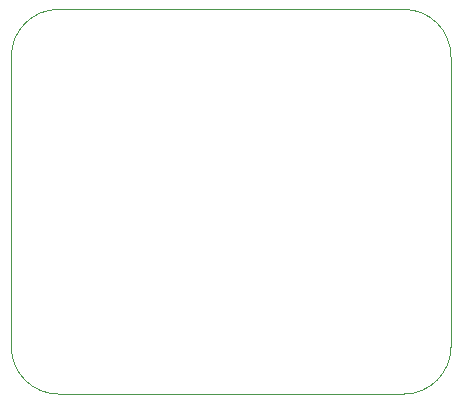
<source format=gbr>
%TF.GenerationSoftware,KiCad,Pcbnew,9.0.7-9.0.7~ubuntu24.04.1*%
%TF.CreationDate,2026-02-28T14:15:44+03:00*%
%TF.ProjectId,Kiicad_project,4b696963-6164-45f7-9072-6f6a6563742e,rev?*%
%TF.SameCoordinates,Original*%
%TF.FileFunction,Profile,NP*%
%FSLAX46Y46*%
G04 Gerber Fmt 4.6, Leading zero omitted, Abs format (unit mm)*
G04 Created by KiCad (PCBNEW 9.0.7-9.0.7~ubuntu24.04.1) date 2026-02-28 14:15:44*
%MOMM*%
%LPD*%
G01*
G04 APERTURE LIST*
%TA.AperFunction,Profile*%
%ADD10C,0.050000*%
%TD*%
G04 APERTURE END LIST*
D10*
X49225000Y-88525000D02*
X49225000Y-63950000D01*
X49225000Y-63950000D02*
G75*
G02*
X53225000Y-59950000I4000000J0D01*
G01*
X82450000Y-59950000D02*
G75*
G02*
X86450000Y-63950000I0J-4000000D01*
G01*
X86450000Y-63950000D02*
X86450000Y-88525000D01*
X86450000Y-88525000D02*
G75*
G02*
X82450000Y-92525000I-4000000J0D01*
G01*
X53225000Y-92525000D02*
G75*
G02*
X49225000Y-88525000I0J4000000D01*
G01*
X53225000Y-59950000D02*
X82450000Y-59950000D01*
X82450000Y-92525000D02*
X53225000Y-92525000D01*
M02*

</source>
